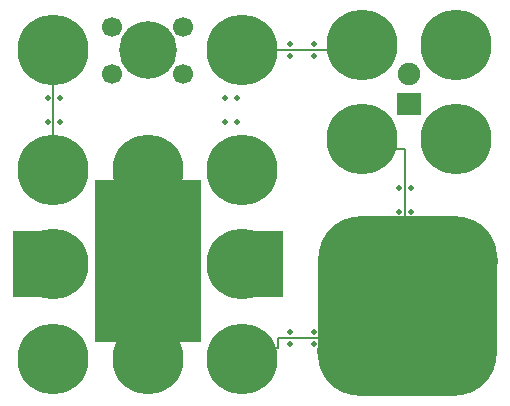
<source format=gtl>
%TF.GenerationSoftware,KiCad,Pcbnew,4.0.4+e1-6308~48~ubuntu16.04.1-stable*%
%TF.CreationDate,2016-12-29T12:41:29-08:00*%
%TF.ProjectId,LegoLED-Button-Battery,4C65676F4C45442D427574746F6E2D42,rev?*%
%TF.FileFunction,Copper,L1,Top,Signal*%
%FSLAX46Y46*%
G04 Gerber Fmt 4.6, Leading zero omitted, Abs format (unit mm)*
G04 Created by KiCad (PCBNEW 4.0.4+e1-6308~48~ubuntu16.04.1-stable) date Thu Dec 29 12:41:29 2016*
%MOMM*%
%LPD*%
G01*
G04 APERTURE LIST*
%ADD10C,0.350000*%
%ADD11C,0.500000*%
%ADD12C,1.700000*%
%ADD13C,4.880000*%
%ADD14C,6.000000*%
%ADD15R,2.600000X5.560000*%
%ADD16R,9.000000X13.800000*%
%ADD17O,15.240000X7.620000*%
%ADD18O,7.620000X15.240000*%
%ADD19R,2.000000X1.900000*%
%ADD20C,1.900000*%
%ADD21C,0.152400*%
%ADD22C,0.203200*%
%ADD23C,0.350000*%
G04 APERTURE END LIST*
D10*
D11*
X148844000Y-93472000D03*
X149860000Y-93472000D03*
X149860000Y-95504000D03*
X148844000Y-95504000D03*
X163830000Y-93472000D03*
X164846000Y-93472000D03*
X164846000Y-95504000D03*
X163830000Y-95504000D03*
X171323000Y-113284000D03*
X171323000Y-114300000D03*
X169291000Y-114300000D03*
X169291000Y-113284000D03*
X179578000Y-103124000D03*
X178562000Y-103124000D03*
X178562000Y-101092000D03*
X179578000Y-101092000D03*
X169291000Y-89916000D03*
X169291000Y-88900000D03*
X171323000Y-88900000D03*
X171323000Y-89916000D03*
D12*
X160290601Y-91456601D03*
X154290601Y-91456601D03*
X160290601Y-87456601D03*
X154290601Y-87456601D03*
D13*
X157297201Y-89442401D03*
D14*
X149297201Y-89442401D03*
X165297201Y-89442401D03*
X157301200Y-107568000D03*
X165301200Y-107568000D03*
X149301200Y-107568000D03*
D15*
X147101200Y-107568000D03*
D16*
X157305200Y-107314000D03*
D15*
X167501200Y-107568000D03*
D14*
X165301200Y-115568000D03*
X157301200Y-115568000D03*
X149301200Y-115568000D03*
X165301200Y-99568000D03*
X157301200Y-99568000D03*
X149301200Y-99568000D03*
D17*
X179324000Y-107315000D03*
D18*
X175514000Y-111125000D03*
D17*
X179260500Y-114935000D03*
D18*
X183070500Y-111061500D03*
D19*
X179388000Y-93964500D03*
D20*
X179388000Y-91424500D03*
D14*
X183388000Y-88964500D03*
X183388000Y-96964500D03*
X175388000Y-96964500D03*
X175388000Y-88964500D03*
D21*
X176150000Y-97790000D02*
X179070000Y-97790000D01*
X168351200Y-114655600D02*
X166213600Y-114655600D01*
X166213600Y-114655600D02*
X165301200Y-115568000D01*
X168351200Y-113792000D02*
X168351200Y-114655600D01*
X166721600Y-114147600D02*
X165301200Y-115568000D01*
X172030201Y-113792000D02*
X168351200Y-113792000D01*
X179070000Y-97790000D02*
X179070000Y-103886000D01*
X175260000Y-104648000D02*
X173990000Y-105918000D01*
X179070000Y-103886000D02*
X178054000Y-103886000D01*
X178054000Y-103886000D02*
X177292000Y-104648000D01*
X177292000Y-104648000D02*
X175260000Y-104648000D01*
X173990000Y-111252000D02*
X172030201Y-113211799D01*
X173990000Y-105918000D02*
X173990000Y-111252000D01*
X167077200Y-113792000D02*
X165301200Y-115568000D01*
X172030201Y-113211799D02*
X172030201Y-113792000D01*
X165301200Y-115568000D02*
X166006401Y-114862799D01*
X149297201Y-95457199D02*
X149301200Y-95461198D01*
D22*
X149301200Y-95461198D02*
X149301200Y-99568000D01*
D21*
X149280600Y-89425800D02*
X149297201Y-89442401D01*
D22*
X149297201Y-89442401D02*
X149297201Y-95457199D01*
D21*
X165280600Y-89425800D02*
X174988200Y-89425800D01*
X174988200Y-89425800D02*
X175387000Y-89027000D01*
D23*
X148844000Y-93472000D03*
X149860000Y-93472000D03*
X149860000Y-95504000D03*
X148844000Y-95504000D03*
X163830000Y-93472000D03*
X164846000Y-93472000D03*
X164846000Y-95504000D03*
X163830000Y-95504000D03*
X171323000Y-113284000D03*
X171323000Y-114300000D03*
X169291000Y-114300000D03*
X169291000Y-113284000D03*
X179578000Y-103124000D03*
X178562000Y-103124000D03*
X178562000Y-101092000D03*
X179578000Y-101092000D03*
X169291000Y-89916000D03*
X169291000Y-88900000D03*
X171323000Y-88900000D03*
X171323000Y-89916000D03*
X160290601Y-91456601D03*
X154290601Y-91456601D03*
X160290601Y-87456601D03*
X154290601Y-87456601D03*
X157297201Y-89442401D03*
X149297201Y-89442401D03*
X165297201Y-89442401D03*
X157301200Y-107568000D03*
X165301200Y-107568000D03*
X149301200Y-107568000D03*
X165301200Y-115568000D03*
X157301200Y-115568000D03*
X149301200Y-115568000D03*
X165301200Y-99568000D03*
X157301200Y-99568000D03*
X149301200Y-99568000D03*
X179388000Y-93964500D03*
X179388000Y-91424500D03*
X183388000Y-88964500D03*
X183388000Y-96964500D03*
X175388000Y-96964500D03*
X175388000Y-88964500D03*
M02*

</source>
